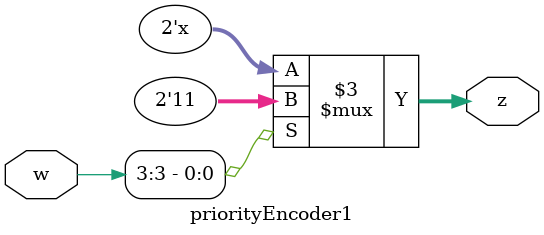
<source format=v>
module	priorityEncoder1(w,z);

input	[3:0]w;
output	reg[1:0]z;

always@(w)
	begin
	//3>2>1>0
	casex(w)
		4'b1xxx:z=3;
		4'b11xx:z=2;
		4'b111x:z=1;
		4'b1111:z=0;
		default:z=2'bxx;
	endcase
	
	end
endmodule
</source>
